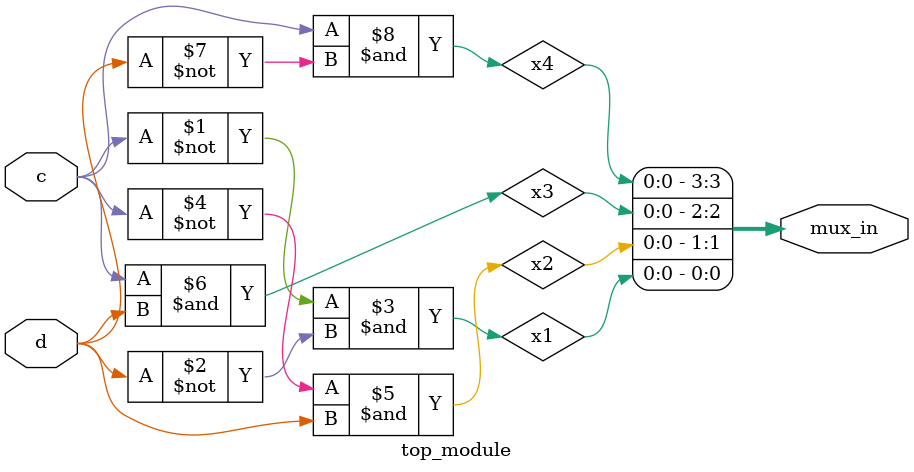
<source format=sv>
module top_module (
    input c,
    input d,
    output [3:0] mux_in
);

wire x1, x2, x3, x4;

// Implement the Karnaugh map using 2-to-1 multiplexers
assign x1 = (~c & ~d);
assign x2 = (~c & d);
assign x3 = (c & d);
assign x4 = (c & ~d);

// Connect the outputs of the 2-to-1 multiplexers to the 4-to-1 multiplexer inputs
assign mux_in[0] = x1;
assign mux_in[1] = x2;
assign mux_in[2] = x3;
assign mux_in[3] = x4;

endmodule

</source>
